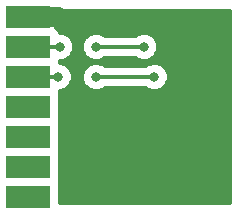
<source format=gbl>
G75*
%MOIN*%
%OFA0B0*%
%FSLAX25Y25*%
%IPPOS*%
%LPD*%
%AMOC8*
5,1,8,0,0,1.08239X$1,22.5*
%
%ADD10R,0.15000X0.07600*%
%ADD11C,0.03175*%
%ADD12C,0.01200*%
%ADD13C,0.01600*%
%ADD14C,0.06600*%
D10*
X0020500Y0006800D03*
X0020500Y0016800D03*
X0020500Y0026800D03*
X0020500Y0036800D03*
X0020500Y0046800D03*
X0020500Y0056800D03*
X0020500Y0066800D03*
D11*
X0031000Y0056800D03*
X0043000Y0056800D03*
X0043000Y0046800D03*
X0030500Y0046800D03*
X0059000Y0056800D03*
X0066500Y0064300D03*
X0066500Y0067800D03*
X0062500Y0046800D03*
X0075500Y0035300D03*
X0071000Y0021300D03*
X0080500Y0021300D03*
D12*
X0062500Y0046800D02*
X0043000Y0046800D01*
X0030500Y0046800D02*
X0020500Y0046800D01*
X0020500Y0056800D02*
X0031000Y0056800D01*
X0043000Y0056800D02*
X0059000Y0056800D01*
D13*
X0063250Y0054551D02*
X0087300Y0054551D01*
X0087300Y0056149D02*
X0063787Y0056149D01*
X0063787Y0055848D02*
X0063059Y0054088D01*
X0061712Y0052741D01*
X0059952Y0052013D01*
X0058048Y0052013D01*
X0056288Y0052741D01*
X0056030Y0053000D01*
X0045970Y0053000D01*
X0045712Y0052741D01*
X0043952Y0052013D01*
X0042048Y0052013D01*
X0040288Y0052741D01*
X0038941Y0054088D01*
X0038213Y0055848D01*
X0038213Y0057752D01*
X0038941Y0059512D01*
X0040288Y0060859D01*
X0042048Y0061587D01*
X0043952Y0061587D01*
X0045712Y0060859D01*
X0045970Y0060600D01*
X0056030Y0060600D01*
X0056288Y0060859D01*
X0058048Y0061587D01*
X0059952Y0061587D01*
X0061712Y0060859D01*
X0063059Y0059512D01*
X0063787Y0057752D01*
X0063787Y0055848D01*
X0063787Y0057748D02*
X0087300Y0057748D01*
X0087300Y0059346D02*
X0063127Y0059346D01*
X0061503Y0060945D02*
X0087300Y0060945D01*
X0087300Y0062543D02*
X0030582Y0062543D01*
X0030713Y0062413D02*
X0029813Y0063313D01*
X0029800Y0063318D01*
X0029800Y0066000D01*
X0021300Y0066000D01*
X0021300Y0067600D01*
X0029800Y0067600D01*
X0029800Y0068600D01*
X0087300Y0068600D01*
X0087300Y0005000D01*
X0031200Y0005000D01*
X0031200Y0011237D01*
X0030967Y0011800D01*
X0031200Y0012363D01*
X0031200Y0021237D01*
X0030967Y0021800D01*
X0031200Y0022363D01*
X0031200Y0031237D01*
X0030967Y0031800D01*
X0031200Y0032363D01*
X0031200Y0041237D01*
X0030967Y0041800D01*
X0031055Y0042013D01*
X0031452Y0042013D01*
X0033212Y0042741D01*
X0034559Y0044088D01*
X0035287Y0045848D01*
X0035287Y0047752D01*
X0034559Y0049512D01*
X0033212Y0050859D01*
X0031452Y0051587D01*
X0031055Y0051587D01*
X0030967Y0051800D01*
X0031055Y0052013D01*
X0031952Y0052013D01*
X0033712Y0052741D01*
X0035059Y0054088D01*
X0035787Y0055848D01*
X0035787Y0057752D01*
X0035059Y0059512D01*
X0033712Y0060859D01*
X0031952Y0061587D01*
X0031055Y0061587D01*
X0030713Y0062413D01*
X0029800Y0064142D02*
X0087300Y0064142D01*
X0087300Y0065740D02*
X0029800Y0065740D01*
X0033503Y0060945D02*
X0040497Y0060945D01*
X0038873Y0059346D02*
X0035127Y0059346D01*
X0035787Y0057748D02*
X0038213Y0057748D01*
X0038213Y0056149D02*
X0035787Y0056149D01*
X0035250Y0054551D02*
X0038750Y0054551D01*
X0040077Y0052952D02*
X0033923Y0052952D01*
X0032016Y0051354D02*
X0041484Y0051354D01*
X0042048Y0051587D02*
X0040288Y0050859D01*
X0038941Y0049512D01*
X0038213Y0047752D01*
X0038213Y0045848D01*
X0038941Y0044088D01*
X0040288Y0042741D01*
X0042048Y0042013D01*
X0043952Y0042013D01*
X0045712Y0042741D01*
X0045970Y0043000D01*
X0059530Y0043000D01*
X0059788Y0042741D01*
X0061548Y0042013D01*
X0063452Y0042013D01*
X0065212Y0042741D01*
X0066559Y0044088D01*
X0067287Y0045848D01*
X0067287Y0047752D01*
X0066559Y0049512D01*
X0065212Y0050859D01*
X0063452Y0051587D01*
X0061548Y0051587D01*
X0059788Y0050859D01*
X0059530Y0050600D01*
X0045970Y0050600D01*
X0045712Y0050859D01*
X0043952Y0051587D01*
X0042048Y0051587D01*
X0044516Y0051354D02*
X0060984Y0051354D01*
X0061923Y0052952D02*
X0087300Y0052952D01*
X0087300Y0051354D02*
X0064016Y0051354D01*
X0066315Y0049755D02*
X0087300Y0049755D01*
X0087300Y0048157D02*
X0067120Y0048157D01*
X0067287Y0046558D02*
X0087300Y0046558D01*
X0087300Y0044960D02*
X0066920Y0044960D01*
X0065832Y0043361D02*
X0087300Y0043361D01*
X0087300Y0041763D02*
X0030982Y0041763D01*
X0031200Y0040164D02*
X0087300Y0040164D01*
X0087300Y0038566D02*
X0031200Y0038566D01*
X0031200Y0036967D02*
X0087300Y0036967D01*
X0087300Y0035369D02*
X0031200Y0035369D01*
X0031200Y0033770D02*
X0087300Y0033770D01*
X0087300Y0032172D02*
X0031121Y0032172D01*
X0031200Y0030573D02*
X0087300Y0030573D01*
X0087300Y0028975D02*
X0031200Y0028975D01*
X0031200Y0027376D02*
X0087300Y0027376D01*
X0087300Y0025778D02*
X0031200Y0025778D01*
X0031200Y0024179D02*
X0087300Y0024179D01*
X0087300Y0022581D02*
X0031200Y0022581D01*
X0031200Y0020982D02*
X0087300Y0020982D01*
X0087300Y0019384D02*
X0031200Y0019384D01*
X0031200Y0017785D02*
X0087300Y0017785D01*
X0087300Y0016187D02*
X0031200Y0016187D01*
X0031200Y0014588D02*
X0087300Y0014588D01*
X0087300Y0012990D02*
X0031200Y0012990D01*
X0031136Y0011391D02*
X0087300Y0011391D01*
X0087300Y0009793D02*
X0031200Y0009793D01*
X0031200Y0008194D02*
X0087300Y0008194D01*
X0087300Y0006596D02*
X0031200Y0006596D01*
X0033832Y0043361D02*
X0039668Y0043361D01*
X0038580Y0044960D02*
X0034920Y0044960D01*
X0035287Y0046558D02*
X0038213Y0046558D01*
X0038380Y0048157D02*
X0035120Y0048157D01*
X0034315Y0049755D02*
X0039185Y0049755D01*
X0045923Y0052952D02*
X0056077Y0052952D01*
X0056497Y0060945D02*
X0045503Y0060945D01*
X0021300Y0067339D02*
X0087300Y0067339D01*
D14*
X0030500Y0066800D02*
X0020500Y0066800D01*
M02*

</source>
